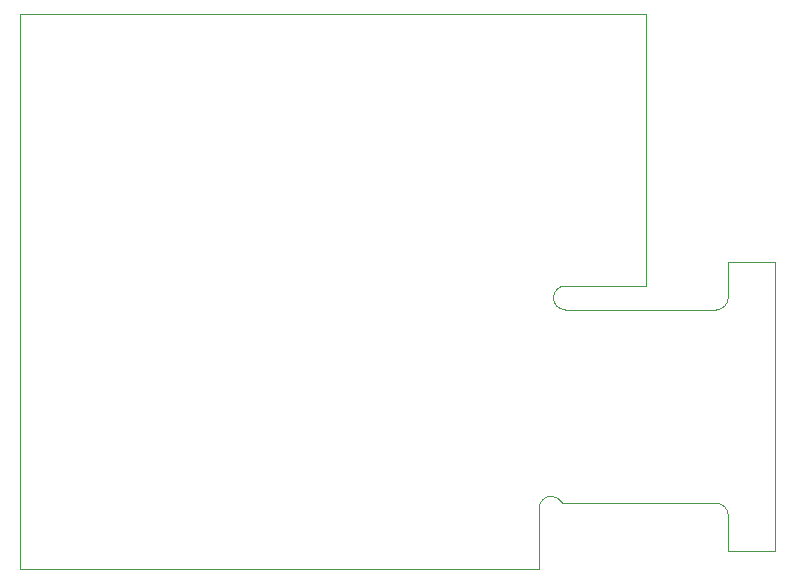
<source format=gbr>
%TF.GenerationSoftware,KiCad,Pcbnew,(6.0.7)*%
%TF.CreationDate,2022-10-26T00:08:39+02:00*%
%TF.ProjectId,TTL_to_HDMI,54544c5f-746f-45f4-9844-4d492e6b6963,rev?*%
%TF.SameCoordinates,Original*%
%TF.FileFunction,Profile,NP*%
%FSLAX46Y46*%
G04 Gerber Fmt 4.6, Leading zero omitted, Abs format (unit mm)*
G04 Created by KiCad (PCBNEW (6.0.7)) date 2022-10-26 00:08:39*
%MOMM*%
%LPD*%
G01*
G04 APERTURE LIST*
%TA.AperFunction,Profile*%
%ADD10C,0.100000*%
%TD*%
G04 APERTURE END LIST*
D10*
X135000000Y-93000000D02*
X135000000Y-114400000D01*
X116000000Y-112800000D02*
G75*
G03*
X115000000Y-113800000I0J-1000000D01*
G01*
X130000000Y-97000000D02*
G75*
G03*
X131000000Y-96000000I0J1000000D01*
G01*
X115000000Y-113800000D02*
X115000000Y-119000000D01*
X131000000Y-114400000D02*
G75*
G03*
X130000000Y-113400000I-1000000J0D01*
G01*
X71000000Y-72000000D02*
X124000000Y-72000000D01*
X131000000Y-93000000D02*
X135000000Y-93000000D01*
X116999984Y-113400008D02*
G75*
G03*
X116000000Y-112800000I-999984J-533292D01*
G01*
X117200000Y-95000000D02*
G75*
G03*
X116200000Y-96000000I0J-1000000D01*
G01*
X71000000Y-119000000D02*
X71000000Y-72000000D01*
X130000000Y-113400000D02*
X117000000Y-113400000D01*
X124000000Y-72000000D02*
X124000000Y-94000000D01*
X131000000Y-114400000D02*
X131000000Y-117400000D01*
X131000000Y-117400000D02*
X135000000Y-117400000D01*
X135000000Y-117400000D02*
X135000000Y-114400000D01*
X116200000Y-96000000D02*
G75*
G03*
X117200000Y-97000000I1000000J0D01*
G01*
X117200000Y-95000000D02*
X124000000Y-95000000D01*
X117200000Y-97000000D02*
X130000000Y-97000000D01*
X131000000Y-96000000D02*
X131000000Y-93000000D01*
X124000000Y-94000000D02*
X124000000Y-95000000D01*
X115000000Y-119000000D02*
X71000000Y-119000000D01*
M02*

</source>
